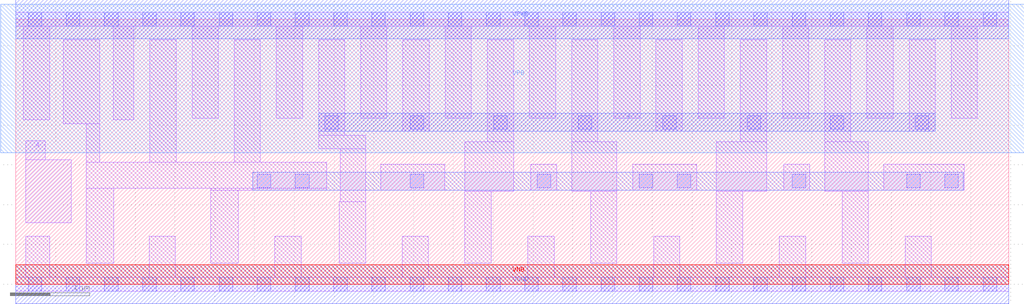
<source format=lef>
# Copyright 2020 The SkyWater PDK Authors
#
# Licensed under the Apache License, Version 2.0 (the "License");
# you may not use this file except in compliance with the License.
# You may obtain a copy of the License at
#
#     https://www.apache.org/licenses/LICENSE-2.0
#
# Unless required by applicable law or agreed to in writing, software
# distributed under the License is distributed on an "AS IS" BASIS,
# WITHOUT WARRANTIES OR CONDITIONS OF ANY KIND, either express or implied.
# See the License for the specific language governing permissions and
# limitations under the License.
#
# SPDX-License-Identifier: Apache-2.0

VERSION 5.7 ;
  NOWIREEXTENSIONATPIN ON ;
  DIVIDERCHAR "/" ;
  BUSBITCHARS "[]" ;
MACRO sky130_fd_sc_lp__clkbuflp_16
  CLASS CORE ;
  FOREIGN sky130_fd_sc_lp__clkbuflp_16 ;
  ORIGIN  0.000000  0.000000 ;
  SIZE  12.48000 BY  3.330000 ;
  SYMMETRY X Y R90 ;
  SITE unit ;
  PIN A
    ANTENNAGATEAREA  2.160000 ;
    DIRECTION INPUT ;
    USE SIGNAL ;
    PORT
      LAYER li1 ;
        RECT 0.125000 0.775000 0.695000 1.565000 ;
        RECT 0.125000 1.565000 0.370000 1.805000 ;
    END
  END A
  PIN X
    ANTENNADIFFAREA  3.010000 ;
    DIRECTION OUTPUT ;
    USE SIGNAL ;
    PORT
      LAYER met1 ;
        RECT 3.805000 1.920000 11.555000 2.150000 ;
    END
  END X
  PIN VGND
    DIRECTION INOUT ;
    USE GROUND ;
    PORT
      LAYER met1 ;
        RECT 0.000000 -0.245000 12.480000 0.245000 ;
    END
  END VGND
  PIN VNB
    DIRECTION INOUT ;
    USE GROUND ;
    PORT
      LAYER pwell ;
        RECT 0.000000 0.000000 12.480000 0.245000 ;
    END
  END VNB
  PIN VPB
    DIRECTION INOUT ;
    USE POWER ;
    PORT
      LAYER nwell ;
        RECT -0.190000 1.655000 12.670000 3.520000 ;
    END
  END VPB
  PIN VPWR
    DIRECTION INOUT ;
    USE POWER ;
    PORT
      LAYER met1 ;
        RECT 0.000000 3.085000 12.480000 3.575000 ;
    END
  END VPWR
  OBS
    LAYER li1 ;
      RECT  0.000000 -0.085000 12.480000 0.085000 ;
      RECT  0.000000  3.245000 12.480000 3.415000 ;
      RECT  0.095000  2.065000  0.425000 3.245000 ;
      RECT  0.125000  0.085000  0.425000 0.605000 ;
      RECT  0.595000  2.015000  1.055000 3.075000 ;
      RECT  0.885000  0.265000  1.230000 1.205000 ;
      RECT  0.885000  1.205000  3.910000 1.535000 ;
      RECT  0.885000  1.535000  1.055000 2.015000 ;
      RECT  1.225000  2.065000  1.485000 3.245000 ;
      RECT  1.675000  0.085000  2.005000 0.605000 ;
      RECT  1.685000  1.535000  2.015000 3.075000 ;
      RECT  2.215000  2.085000  2.545000 3.245000 ;
      RECT  2.450000  0.265000  2.795000 1.180000 ;
      RECT  2.450000  1.180000  3.910000 1.205000 ;
      RECT  2.745000  1.535000  3.075000 3.075000 ;
      RECT  3.255000  0.085000  3.585000 0.605000 ;
      RECT  3.275000  2.085000  3.605000 3.245000 ;
      RECT  3.805000  1.705000  4.395000 1.875000 ;
      RECT  3.805000  1.875000  4.135000 3.075000 ;
      RECT  4.065000  0.265000  4.395000 1.035000 ;
      RECT  4.080000  1.035000  4.395000 1.705000 ;
      RECT  4.335000  2.085000  4.665000 3.245000 ;
      RECT  4.585000  1.180000  5.390000 1.510000 ;
      RECT  4.855000  0.085000  5.185000 0.605000 ;
      RECT  4.865000  1.920000  5.195000 3.075000 ;
      RECT  5.395000  2.085000  5.725000 3.245000 ;
      RECT  5.645000  0.265000  5.975000 1.170000 ;
      RECT  5.645000  1.170000  6.255000 1.790000 ;
      RECT  5.925000  1.790000  6.255000 3.075000 ;
      RECT  6.435000  0.085000  6.765000 0.605000 ;
      RECT  6.455000  2.085000  6.785000 3.245000 ;
      RECT  6.470000  1.180000  6.800000 1.510000 ;
      RECT  6.985000  1.170000  7.555000 1.790000 ;
      RECT  6.985000  1.790000  7.315000 3.075000 ;
      RECT  7.225000  0.265000  7.555000 1.170000 ;
      RECT  7.515000  2.085000  7.845000 3.245000 ;
      RECT  7.750000  1.180000  8.555000 1.510000 ;
      RECT  8.015000  0.085000  8.345000 0.605000 ;
      RECT  8.045000  1.920000  8.375000 3.075000 ;
      RECT  8.575000  2.085000  8.905000 3.245000 ;
      RECT  8.805000  0.265000  9.135000 1.170000 ;
      RECT  8.805000  1.170000  9.435000 1.790000 ;
      RECT  9.105000  1.790000  9.435000 3.075000 ;
      RECT  9.595000  0.085000  9.925000 0.605000 ;
      RECT  9.635000  2.085000  9.965000 3.245000 ;
      RECT  9.650000  1.180000  9.980000 1.510000 ;
      RECT 10.165000  1.170000 10.715000 1.790000 ;
      RECT 10.165000  1.790000 10.495000 3.075000 ;
      RECT 10.385000  0.265000 10.715000 1.170000 ;
      RECT 10.695000  2.085000 11.025000 3.245000 ;
      RECT 10.910000  1.180000 11.920000 1.510000 ;
      RECT 11.175000  0.085000 11.505000 0.605000 ;
      RECT 11.225000  1.920000 11.555000 3.075000 ;
      RECT 11.755000  2.085000 12.085000 3.245000 ;
    LAYER mcon ;
      RECT  0.155000 -0.085000  0.325000 0.085000 ;
      RECT  0.155000  3.245000  0.325000 3.415000 ;
      RECT  0.635000 -0.085000  0.805000 0.085000 ;
      RECT  0.635000  3.245000  0.805000 3.415000 ;
      RECT  1.115000 -0.085000  1.285000 0.085000 ;
      RECT  1.115000  3.245000  1.285000 3.415000 ;
      RECT  1.595000 -0.085000  1.765000 0.085000 ;
      RECT  1.595000  3.245000  1.765000 3.415000 ;
      RECT  2.075000 -0.085000  2.245000 0.085000 ;
      RECT  2.075000  3.245000  2.245000 3.415000 ;
      RECT  2.555000 -0.085000  2.725000 0.085000 ;
      RECT  2.555000  3.245000  2.725000 3.415000 ;
      RECT  3.035000 -0.085000  3.205000 0.085000 ;
      RECT  3.035000  1.210000  3.205000 1.380000 ;
      RECT  3.035000  3.245000  3.205000 3.415000 ;
      RECT  3.515000 -0.085000  3.685000 0.085000 ;
      RECT  3.515000  1.210000  3.685000 1.380000 ;
      RECT  3.515000  3.245000  3.685000 3.415000 ;
      RECT  3.885000  1.950000  4.055000 2.120000 ;
      RECT  3.995000 -0.085000  4.165000 0.085000 ;
      RECT  3.995000  3.245000  4.165000 3.415000 ;
      RECT  4.475000 -0.085000  4.645000 0.085000 ;
      RECT  4.475000  3.245000  4.645000 3.415000 ;
      RECT  4.955000 -0.085000  5.125000 0.085000 ;
      RECT  4.955000  1.210000  5.125000 1.380000 ;
      RECT  4.955000  1.950000  5.125000 2.120000 ;
      RECT  4.955000  3.245000  5.125000 3.415000 ;
      RECT  5.435000 -0.085000  5.605000 0.085000 ;
      RECT  5.435000  3.245000  5.605000 3.415000 ;
      RECT  5.915000 -0.085000  6.085000 0.085000 ;
      RECT  5.915000  3.245000  6.085000 3.415000 ;
      RECT  6.005000  1.950000  6.175000 2.120000 ;
      RECT  6.395000 -0.085000  6.565000 0.085000 ;
      RECT  6.395000  3.245000  6.565000 3.415000 ;
      RECT  6.550000  1.210000  6.720000 1.380000 ;
      RECT  6.875000 -0.085000  7.045000 0.085000 ;
      RECT  6.875000  3.245000  7.045000 3.415000 ;
      RECT  7.070000  1.950000  7.240000 2.120000 ;
      RECT  7.355000 -0.085000  7.525000 0.085000 ;
      RECT  7.355000  3.245000  7.525000 3.415000 ;
      RECT  7.835000 -0.085000  8.005000 0.085000 ;
      RECT  7.835000  1.210000  8.005000 1.380000 ;
      RECT  7.835000  3.245000  8.005000 3.415000 ;
      RECT  8.130000  1.950000  8.300000 2.120000 ;
      RECT  8.315000 -0.085000  8.485000 0.085000 ;
      RECT  8.315000  1.210000  8.485000 1.380000 ;
      RECT  8.315000  3.245000  8.485000 3.415000 ;
      RECT  8.795000 -0.085000  8.965000 0.085000 ;
      RECT  8.795000  3.245000  8.965000 3.415000 ;
      RECT  9.190000  1.950000  9.360000 2.120000 ;
      RECT  9.275000 -0.085000  9.445000 0.085000 ;
      RECT  9.275000  3.245000  9.445000 3.415000 ;
      RECT  9.755000 -0.085000  9.925000 0.085000 ;
      RECT  9.755000  1.210000  9.925000 1.380000 ;
      RECT  9.755000  3.245000  9.925000 3.415000 ;
      RECT 10.235000 -0.085000 10.405000 0.085000 ;
      RECT 10.235000  1.950000 10.405000 2.120000 ;
      RECT 10.235000  3.245000 10.405000 3.415000 ;
      RECT 10.715000 -0.085000 10.885000 0.085000 ;
      RECT 10.715000  3.245000 10.885000 3.415000 ;
      RECT 11.195000 -0.085000 11.365000 0.085000 ;
      RECT 11.195000  1.210000 11.365000 1.380000 ;
      RECT 11.195000  3.245000 11.365000 3.415000 ;
      RECT 11.305000  1.950000 11.475000 2.120000 ;
      RECT 11.675000 -0.085000 11.845000 0.085000 ;
      RECT 11.675000  1.210000 11.845000 1.380000 ;
      RECT 11.675000  3.245000 11.845000 3.415000 ;
      RECT 12.155000 -0.085000 12.325000 0.085000 ;
      RECT 12.155000  3.245000 12.325000 3.415000 ;
    LAYER met1 ;
      RECT 2.975000 1.180000 11.905000 1.410000 ;
  END
END sky130_fd_sc_lp__clkbuflp_16
END LIBRARY

</source>
